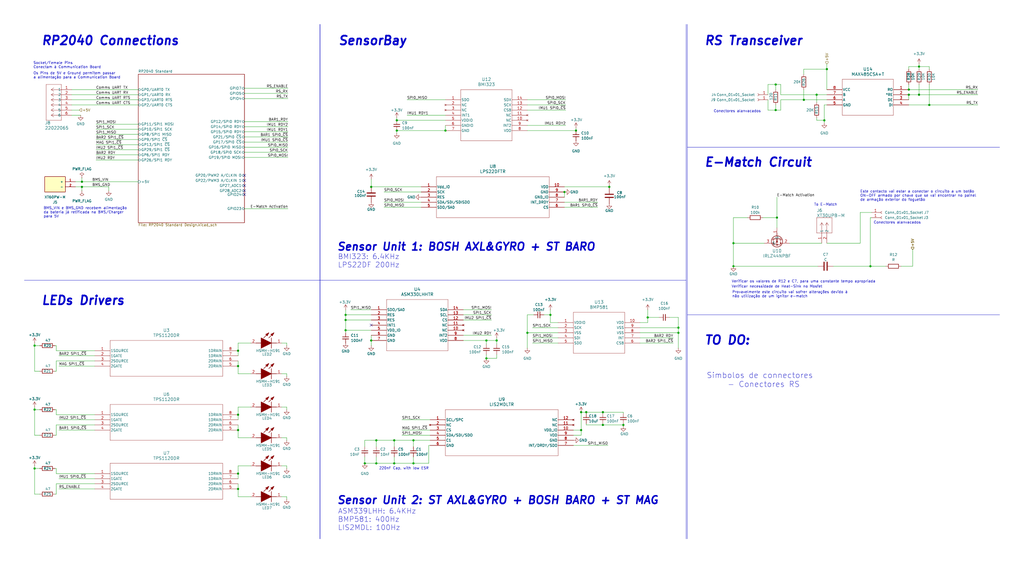
<source format=kicad_sch>
(kicad_sch (version 20231120) (generator "eeschema") (generator_version "8.0")
  (paper "User" 508 279.4)
  (title_block (title "On Board Computer") (date "2024-12-17") (rev "1.0") (company "Porto Space Team") (comment 1 "Miguel Amorim") (comment 2 "Rafael Novais") (comment 3 "Teresa Monteiro"))
  (junction (at 118.11 234.95))
  (junction (at 40.64 92.71))
  (junction (at 118.11 205.74))
  (junction (at 17.145 232.41))
  (junction (at 171.45 163.83))
  (junction (at 336.55 165.1))
  (junction (at 180.975 229.87))
  (junction (at 195.58 218.44))
  (junction (at 246.38 168.91))
  (junction (at 261.62 165.1))
  (junction (at 336.55 162.56))
  (junction (at 455.93 33.02))
  (junction (at 118.11 181.61))
  (junction (at 196.85 59.69))
  (junction (at 171.45 156.21))
  (junction (at 385.445 107.95))
  (junction (at 171.45 158.75))
  (junction (at 384.81 41.91))
  (junction (at 196.85 64.77))
  (junction (at 195.58 229.87))
  (junction (at 118.11 173.99))
  (junction (at 398.78 49.53))
  (junction (at 302.26 92.71))
  (junction (at 184.15 168.91))
  (junction (at 241.3 168.91))
  (junction (at 408.94 59.69))
  (junction (at 285.75 64.77))
  (junction (at 290.83 204.47))
  (junction (at 17.145 203.2))
  (junction (at 405.13 46.99))
  (junction (at 288.29 204.47))
  (junction (at 118.11 242.57))
  (junction (at 455.93 46.99))
  (junction (at 309.245 210.82))
  (junction (at 363.855 132.08))
  (junction (at 299.085 210.82))
  (junction (at 450.85 46.99))
  (junction (at 273.05 156.21))
  (junction (at 384.81 54.61))
  (junction (at 186.69 229.87))
  (junction (at 321.31 157.48))
  (junction (at 40.64 90.17))
  (junction (at 241.3 177.8))
  (junction (at 220.98 64.77))
  (junction (at 450.85 44.45))
  (junction (at 17.145 171.45))
  (junction (at 461.01 52.07))
  (junction (at 118.11 213.36))
  (junction (at 186.69 218.44))
  (junction (at 431.8 132.08))
  (junction (at 184.15 92.71))
  (junction (at 280.035 95.25))
  (junction (at 205.105 229.87))
  (junction (at 299.085 204.47))
  (junction (at 410.21 34.29))
  (junction (at 288.29 213.36))
  (junction (at 205.105 218.44))
  (junction (at 363.855 120.65))
  (no_connect (at 121.285 92.075))
  (no_connect (at 121.285 89.535))
  (no_connect (at 121.285 96.52))
  (no_connect (at 121.285 86.995))
  (no_connect (at 184.15 161.29))
  (no_connect (at 121.285 94.615))
  (wire (pts (xy 455.93 33.02) (xy 455.93 31.75)))
  (wire (pts (xy 195.58 229.87) (xy 205.105 229.87)))
  (wire (pts (xy 450.85 41.91) (xy 450.85 44.45)))
  (wire (pts (xy 35.56 44.45) (xy 68.58 44.45)))
  (wire (pts (xy 199.39 215.9) (xy 213.36 215.9)))
  (wire (pts (xy 121.285 46.355) (xy 142.875 46.355)))
  (wire (pts (xy 27.305 184.15) (xy 27.94 184.15)))
  (wire (pts (xy 426.72 105.41) (xy 432.435 105.41)))
  (wire (pts (xy 180.975 229.87) (xy 186.69 229.87)))
  (wire (pts (xy 261.62 165.1) (xy 276.86 165.1)))
  (wire (pts (xy 205.105 218.44) (xy 213.36 218.44)))
  (wire (pts (xy 40.64 92.71) (xy 53.975 92.71)))
  (wire (pts (xy 27.94 234.95) (xy 27.94 232.41)))
  (wire (pts (xy 241.3 175.895) (xy 241.3 177.8)))
  (wire (pts (xy 241.3 168.91) (xy 241.3 170.815)))
  (wire (pts (xy 118.11 201.93) (xy 124.46 201.93)))
  (wire (pts (xy 381 41.91) (xy 381 46.99)))
  (wire (pts (xy 47.625 71.755) (xy 68.58 71.755)))
  (wire (pts (xy 261.62 49.53) (xy 280.67 49.53)))
  (wire (pts (xy 139.7 217.17) (xy 142.24 217.17)))
  (wire (pts (xy 387.35 54.61) (xy 384.81 54.61)))
  (wire (pts (xy 27.94 215.9) (xy 27.94 210.82)))
  (wire (pts (xy 27.94 240.03) (xy 46.99 240.03)))
  (wire (pts (xy 118.11 213.36) (xy 118.11 217.17)))
  (wire (pts (xy 269.875 156.21) (xy 273.05 156.21)))
  (wire (pts (xy 363.855 107.95) (xy 363.855 120.65)))
  (wire (pts (xy 47.625 66.675) (xy 68.58 66.675)))
  (wire (pts (xy 190.5 95.25) (xy 208.915 95.25)))
  (wire (pts (xy 199.39 208.28) (xy 213.36 208.28)))
  (wire (pts (xy 461.01 52.07) (xy 450.85 52.07)))
  (wire (pts (xy 290.83 210.82) (xy 299.085 210.82)))
  (polyline (pts (xy 12.065 139.065) (xy 160.02 139.065)))
  (wire (pts (xy 363.855 107.95) (xy 370.84 107.95)))
  (wire (pts (xy 118.11 217.17) (xy 124.46 217.17)))
  (wire (pts (xy 363.855 120.65) (xy 379.095 120.65)))
  (wire (pts (xy 452.755 123.825) (xy 452.755 132.08)))
  (wire (pts (xy 27.305 232.41) (xy 27.94 232.41)))
  (wire (pts (xy 47.625 69.215) (xy 68.58 69.215)))
  (wire (pts (xy 290.83 210.185) (xy 290.83 210.82)))
  (wire (pts (xy 384.81 52.07) (xy 384.81 54.61)))
  (wire (pts (xy 27.305 245.11) (xy 27.94 245.11)))
  (wire (pts (xy 212.725 220.98) (xy 213.36 220.98)))
  (wire (pts (xy 186.69 218.44) (xy 186.69 221.615)))
  (wire (pts (xy 118.11 170.18) (xy 124.46 170.18)))
  (wire (pts (xy 53.975 92.71) (xy 53.975 94.615)))
  (wire (pts (xy 196.85 59.69) (xy 220.98 59.69)))
  (wire (pts (xy 261.62 156.21) (xy 264.795 156.21)))
  (wire (pts (xy 363.855 132.08) (xy 405.765 132.08)))
  (wire (pts (xy 47.625 61.595) (xy 68.58 61.595)))
  (wire (pts (xy 384.81 54.61) (xy 381 54.61)))
  (wire (pts (xy 309.245 211.455) (xy 309.245 210.82)))
  (wire (pts (xy 29.21 213.36) (xy 46.99 213.36)))
  (wire (pts (xy 264.16 167.64) (xy 276.86 167.64)))
  (wire (pts (xy 17.145 203.2) (xy 17.145 215.9)))
  (wire (pts (xy 288.29 213.36) (xy 288.29 215.9)))
  (wire (pts (xy 450.85 46.99) (xy 450.85 49.53)))
  (wire (pts (xy 455.93 33.02) (xy 455.93 34.29)))
  (wire (pts (xy 35.56 54.61) (xy 39.37 54.61)))
  (wire (pts (xy 142.875 48.895) (xy 121.285 48.895)))
  (wire (pts (xy 485.14 44.45) (xy 450.85 44.45)))
  (wire (pts (xy 280.035 100.33) (xy 296.545 100.33)))
  (wire (pts (xy 410.21 49.53) (xy 398.78 49.53)))
  (wire (pts (xy 17.145 201.93) (xy 17.145 203.2)))
  (wire (pts (xy 378.46 107.95) (xy 385.445 107.95)))
  (wire (pts (xy 410.21 34.29) (xy 410.21 44.45)))
  (wire (pts (xy 27.94 173.99) (xy 27.94 171.45)))
  (wire (pts (xy 196.85 58.42) (xy 196.85 59.69)))
  (wire (pts (xy 186.69 229.87) (xy 195.58 229.87)))
  (wire (pts (xy 195.58 218.44) (xy 205.105 218.44)))
  (wire (pts (xy 461.01 33.02) (xy 455.93 33.02)))
  (wire (pts (xy 201.93 49.53) (xy 220.98 49.53)))
  (wire (pts (xy 121.285 70.485) (xy 142.875 70.485)))
  (wire (pts (xy 288.29 204.47) (xy 288.29 213.36)))
  (wire (pts (xy 171.45 153.67) (xy 171.45 156.21)))
  (wire (pts (xy 118.11 242.57) (xy 118.11 246.38)))
  (wire (pts (xy 261.62 52.07) (xy 280.67 52.07)))
  (wire (pts (xy 121.285 75.565) (xy 142.875 75.565)))
  (wire (pts (xy 118.11 179.07) (xy 118.11 181.61)))
  (polyline (pts (xy 158.75 12.065) (xy 158.75 267.335)))
  (wire (pts (xy 302.26 92.71) (xy 302.26 93.345)))
  (wire (pts (xy 142.24 185.42) (xy 142.24 186.69)))
  (wire (pts (xy 261.62 54.61) (xy 280.67 54.61)))
  (wire (pts (xy 17.145 170.18) (xy 17.145 171.45)))
  (wire (pts (xy 29.21 208.28) (xy 46.99 208.28)))
  (wire (pts (xy 118.11 240.03) (xy 118.11 242.57)))
  (wire (pts (xy 229.87 158.75) (xy 243.84 158.75)))
  (wire (pts (xy 273.05 156.21) (xy 273.05 160.02)))
  (wire (pts (xy 121.285 103.505) (xy 142.875 103.505)))
  (wire (pts (xy 273.05 160.02) (xy 276.86 160.02)))
  (wire (pts (xy 398.78 36.83) (xy 398.78 34.29)))
  (wire (pts (xy 299.085 210.82) (xy 309.245 210.82)))
  (wire (pts (xy 139.7 231.14) (xy 142.24 231.14)))
  (wire (pts (xy 405.13 46.99) (xy 405.13 50.8)))
  (wire (pts (xy 241.3 168.91) (xy 246.38 168.91)))
  (wire (pts (xy 450.85 34.29) (xy 450.85 33.02)))
  (wire (pts (xy 29.21 181.61) (xy 46.99 181.61)))
  (wire (pts (xy 336.55 172.72) (xy 336.55 165.1)))
  (wire (pts (xy 229.87 153.67) (xy 243.84 153.67)))
  (wire (pts (xy 17.145 232.41) (xy 17.145 245.11)))
  (wire (pts (xy 317.5 167.64) (xy 334.01 167.64)))
  (wire (pts (xy 336.55 157.48) (xy 336.55 162.56)))
  (wire (pts (xy 196.85 64.77) (xy 220.98 64.77)))
  (wire (pts (xy 321.31 157.48) (xy 327.025 157.48)))
  (wire (pts (xy 121.285 43.815) (xy 142.875 43.815)))
  (wire (pts (xy 426.72 120.65) (xy 426.72 105.41)))
  (wire (pts (xy 139.7 201.93) (xy 142.24 201.93)))
  (wire (pts (xy 118.11 231.14) (xy 118.11 234.95)))
  (wire (pts (xy 35.56 52.07) (xy 68.58 52.07)))
  (wire (pts (xy 27.94 210.82) (xy 46.99 210.82)))
  (wire (pts (xy 264.16 162.56) (xy 276.86 162.56)))
  (wire (pts (xy 46.99 205.74) (xy 27.94 205.74)))
  (wire (pts (xy 317.5 162.56) (xy 336.55 162.56)))
  (wire (pts (xy 408.94 52.07) (xy 408.94 59.69)))
  (wire (pts (xy 261.62 165.1) (xy 261.62 172.72)))
  (wire (pts (xy 29.21 242.57) (xy 46.99 242.57)))
  (wire (pts (xy 205.105 226.695) (xy 205.105 229.87)))
  (wire (pts (xy 29.21 176.53) (xy 46.99 176.53)))
  (wire (pts (xy 121.285 73.025) (xy 142.875 73.025)))
  (wire (pts (xy 47.625 79.375) (xy 68.58 79.375)))
  (wire (pts (xy 261.62 156.21) (xy 261.62 165.1)))
  (wire (pts (xy 410.21 46.99) (xy 405.13 46.99)))
  (wire (pts (xy 461.01 34.29) (xy 461.01 33.02)))
  (wire (pts (xy 47.625 76.835) (xy 68.58 76.835)))
  (wire (pts (xy 29.21 237.49) (xy 46.99 237.49)))
  (wire (pts (xy 317.5 165.1) (xy 336.55 165.1)))
  (wire (pts (xy 142.24 246.38) (xy 142.24 247.65)))
  (polyline (pts (xy 340.995 156.21) (xy 495.935 156.21)))
  (wire (pts (xy 27.305 215.9) (xy 27.94 215.9)))
  (wire (pts (xy 180.975 218.44) (xy 186.69 218.44)))
  (wire (pts (xy 47.625 64.135) (xy 68.58 64.135)))
  (wire (pts (xy 413.385 132.08) (xy 431.8 132.08)))
  (wire (pts (xy 261.62 62.23) (xy 280.67 62.23)))
  (wire (pts (xy 186.69 226.695) (xy 186.69 229.87)))
  (wire (pts (xy 288.29 215.9) (xy 284.48 215.9)))
  (wire (pts (xy 17.145 203.2) (xy 19.685 203.2)))
  (wire (pts (xy 317.5 170.18) (xy 334.01 170.18)))
  (wire (pts (xy 384.81 41.91) (xy 384.81 44.45)))
  (wire (pts (xy 186.69 218.44) (xy 195.58 218.44)))
  (wire (pts (xy 118.11 210.82) (xy 118.11 213.36)))
  (wire (pts (xy 180.975 218.44) (xy 180.975 221.615)))
  (wire (pts (xy 398.78 49.53) (xy 387.35 49.53)))
  (wire (pts (xy 142.24 201.93) (xy 142.24 203.2)))
  (wire (pts (xy 431.8 132.08) (xy 439.42 132.08)))
  (wire (pts (xy 171.45 156.21) (xy 184.15 156.21)))
  (wire (pts (xy 171.45 156.21) (xy 171.45 158.75)))
  (wire (pts (xy 180.975 226.695) (xy 180.975 229.87)))
  (wire (pts (xy 37.465 90.17) (xy 40.64 90.17)))
  (wire (pts (xy 309.245 210.185) (xy 309.245 210.82)))
  (wire (pts (xy 118.11 185.42) (xy 124.46 185.42)))
  (wire (pts (xy 387.35 49.53) (xy 387.35 54.61)))
  (wire (pts (xy 246.38 168.91) (xy 246.38 170.815)))
  (wire (pts (xy 387.35 41.91) (xy 384.81 41.91)))
  (wire (pts (xy 118.11 234.95) (xy 118.11 237.49)))
  (wire (pts (xy 321.31 153.67) (xy 321.31 157.48)))
  (wire (pts (xy 410.21 31.75) (xy 410.21 34.29)))
  (wire (pts (xy 229.87 166.37) (xy 243.84 166.37)))
  (wire (pts (xy 184.15 168.91) (xy 184.15 171.45)))
  (wire (pts (xy 280.035 95.25) (xy 280.035 97.79)))
  (wire (pts (xy 118.11 231.14) (xy 124.46 231.14)))
  (wire (pts (xy 408.94 59.69) (xy 405.13 59.69)))
  (wire (pts (xy 17.145 215.9) (xy 19.685 215.9)))
  (wire (pts (xy 447.04 132.08) (xy 452.755 132.08)))
  (wire (pts (xy 121.285 78.105) (xy 142.875 78.105)))
  (wire (pts (xy 385.445 107.95) (xy 385.445 113.03)))
  (wire (pts (xy 27.94 205.74) (xy 27.94 203.2)))
  (wire (pts (xy 195.58 218.44) (xy 195.58 221.615)))
  (wire (pts (xy 273.05 153.67) (xy 273.05 156.21)))
  (wire (pts (xy 118.11 170.18) (xy 118.11 173.99)))
  (wire (pts (xy 139.7 246.38) (xy 142.24 246.38)))
  (wire (pts (xy 121.285 60.325) (xy 142.875 60.325)))
  (wire (pts (xy 455.93 33.02) (xy 450.85 33.02)))
  (wire (pts (xy 302.26 92.075) (xy 302.26 92.71)))
  (wire (pts (xy 455.93 46.99) (xy 450.85 46.99)))
  (wire (pts (xy 336.55 162.56) (xy 336.55 165.1)))
  (wire (pts (xy 121.285 65.405) (xy 142.875 65.405)))
  (wire (pts (xy 27.94 179.07) (xy 46.99 179.07)))
  (wire (pts (xy 208.915 100.33) (xy 190.5 100.33)))
  (wire (pts (xy 246.38 175.895) (xy 246.38 177.8)))
  (wire (pts (xy 17.145 171.45) (xy 17.145 184.15)))
  (wire (pts (xy 118.11 201.93) (xy 118.11 205.74)))
  (wire (pts (xy 184.15 88.9) (xy 184.15 92.71)))
  (wire (pts (xy 27.94 184.15) (xy 27.94 179.07)))
  (wire (pts (xy 40.64 90.17) (xy 68.58 90.17)))
  (wire (pts (xy 46.99 173.99) (xy 27.94 173.99)))
  (wire (pts (xy 205.105 229.87) (xy 212.725 229.87)))
  (wire (pts (xy 173.99 153.67) (xy 184.15 153.67)))
  (wire (pts (xy 299.085 205.105) (xy 299.085 204.47)))
  (polyline (pts (xy 158.75 12.065) (xy 158.75 267.335)))
  (wire (pts (xy 398.78 34.29) (xy 410.21 34.29)))
  (wire (pts (xy 220.98 62.23) (xy 220.98 64.77)))
  (wire (pts (xy 17.145 232.41) (xy 19.685 232.41)))
  (wire (pts (xy 309.245 205.105) (xy 309.245 204.47)))
  (wire (pts (xy 27.305 171.45) (xy 27.94 171.45)))
  (wire (pts (xy 385.445 97.79) (xy 385.445 107.95)))
  (wire (pts (xy 205.105 218.44) (xy 205.105 221.615)))
  (wire (pts (xy 384.81 41.91) (xy 381 41.91)))
  (wire (pts (xy 261.62 64.77) (xy 285.75 64.77)))
  (wire (pts (xy 363.855 120.65) (xy 363.855 132.08)))
  (wire (pts (xy 246.38 177.8) (xy 241.3 177.8)))
  (wire (pts (xy 199.39 213.36) (xy 213.36 213.36)))
  (wire (pts (xy 47.625 74.295) (xy 68.58 74.295)))
  (wire (pts (xy 208.915 92.71) (xy 184.15 92.71)))
  (wire (pts (xy 139.7 185.42) (xy 142.24 185.42)))
  (wire (pts (xy 212.725 229.87) (xy 212.725 220.98)))
  (wire (pts (xy 410.21 52.07) (xy 408.94 52.07)))
  (wire (pts (xy 387.35 46.99) (xy 387.35 41.91)))
  (wire (pts (xy 201.93 57.15) (xy 220.98 57.15)))
  (wire (pts (xy 398.78 44.45) (xy 398.78 49.53)))
  (wire (pts (xy 284.48 220.98) (xy 301.625 220.98)))
  (wire (pts (xy 171.45 158.75) (xy 171.45 163.83)))
  (wire (pts (xy 40.005 57.15) (xy 35.56 57.15)))
  (wire (pts (xy 17.145 231.14) (xy 17.145 232.41)))
  (wire (pts (xy 17.145 171.45) (xy 19.685 171.45)))
  (wire (pts (xy 408.94 59.69) (xy 408.94 60.96)))
  (wire (pts (xy 405.13 59.69) (xy 405.13 58.42)))
  (wire (pts (xy 317.5 160.02) (xy 321.31 160.02)))
  (wire (pts (xy 37.465 92.71) (xy 40.64 92.71)))
  (wire (pts (xy 332.105 157.48) (xy 336.55 157.48)))
  (wire (pts (xy 280.035 102.87) (xy 296.545 102.87)))
  (wire (pts (xy 485.14 46.99) (xy 455.93 46.99)))
  (polyline (pts (xy 340.995 12.065) (xy 340.995 267.335)))
  (wire (pts (xy 290.83 204.47) (xy 290.83 205.105)))
  (wire (pts (xy 391.795 120.65) (xy 407.67 120.65)))
  (wire (pts (xy 142.24 170.18) (xy 142.24 171.45)))
  (wire (pts (xy 118.11 181.61) (xy 118.11 185.42)))
  (wire (pts (xy 381 54.61) (xy 381 49.53)))
  (wire (pts (xy 171.45 163.83) (xy 171.45 165.1)))
  (wire (pts (xy 139.7 170.18) (xy 142.24 170.18)))
  (wire (pts (xy 321.31 157.48) (xy 321.31 160.02)))
  (wire (pts (xy 171.45 163.83) (xy 184.15 163.83)))
  (wire (pts (xy 118.11 173.99) (xy 118.11 176.53)))
  (wire (pts (xy 264.16 170.18) (xy 276.86 170.18)))
  (wire (pts (xy 431.8 107.95) (xy 432.435 107.95)))
  (wire (pts (xy 40.64 94.615) (xy 40.64 92.71)))
  (wire (pts (xy 285.75 63.5) (xy 285.75 64.77)))
  (wire (pts (xy 410.21 120.65) (xy 426.72 120.65)))
  (polyline (pts (xy 160.02 139.065) (xy 340.36 139.065)))
  (wire (pts (xy 46.99 234.95) (xy 27.94 234.95)))
  (wire (pts (xy 280.035 92.71) (xy 302.26 92.71)))
  (wire (pts (xy 142.24 231.14) (xy 142.24 232.41)))
  (wire (pts (xy 35.56 46.99) (xy 68.58 46.99)))
  (wire (pts (xy 196.85 66.04) (xy 196.85 64.77)))
  (wire (pts (xy 171.45 158.75) (xy 184.15 158.75)))
  (wire (pts (xy 288.29 213.36) (xy 284.48 213.36)))
  (wire (pts (xy 27.94 245.11) (xy 27.94 240.03)))
  (wire (pts (xy 290.83 204.47) (xy 299.085 204.47)))
  (wire (pts (xy 27.305 203.2) (xy 27.94 203.2)))
  (polyline (pts (xy 340.36 12.065) (xy 340.36 267.335)))
  (wire (pts (xy 229.87 168.91) (xy 241.3 168.91)))
  (wire (pts (xy 17.145 184.15) (xy 19.685 184.15)))
  (wire (pts (xy 40.64 88.265) (xy 40.64 90.17)))
  (wire (pts (xy 184.15 166.37) (xy 184.15 168.91)))
  (wire (pts (xy 195.58 226.695) (xy 195.58 229.87)))
  (polyline (pts (xy 340.995 73.025) (xy 495.935 73.025)))
  (wire (pts (xy 17.145 245.11) (xy 19.685 245.11)))
  (wire (pts (xy 208.915 102.87) (xy 190.5 102.87)))
  (wire (pts (xy 431.8 107.95) (xy 431.8 132.08)))
  (wire (pts (xy 299.085 210.185) (xy 299.085 210.82)))
  (wire (pts (xy 118.11 205.74) (xy 118.11 208.28)))
  (wire (pts (xy 288.29 204.47) (xy 290.83 204.47)))
  (wire (pts (xy 229.87 156.21) (xy 243.84 156.21)))
  (wire (pts (xy 121.285 67.945) (xy 142.875 67.945)))
  (wire (pts (xy 121.285 62.865) (xy 142.875 62.865)))
  (wire (pts (xy 118.11 246.38) (xy 124.46 246.38)))
  (wire (pts (xy 461.01 41.91) (xy 461.01 52.07)))
  (wire (pts (xy 35.56 49.53) (xy 68.58 49.53)))
  (wire (pts (xy 455.93 41.91) (xy 455.93 46.99)))
  (wire (pts (xy 485.14 52.07) (xy 461.01 52.07)))
  (wire (pts (xy 142.24 217.17) (xy 142.24 218.44)))
  (wire (pts (xy 246.38 167.64) (xy 246.38 168.91)))
  (wire (pts (xy 299.085 204.47) (xy 309.245 204.47)))
  (wire (pts (xy 405.13 46.99) (xy 387.35 46.99)))
  (text "BMI323: 6.4KHz\nLPS22DF 200Hz" (at 182.88 129.54 0) (effects (font (size 2.54 2.54))))
  (text "RS Transceiver" (at 349.25 20.32 0) (effects (font (size 4.318 4.318) (thickness 0.8636) (bold yes) (italic yes)) (justify left)))
  (text "Sensor Unit 2: ST AXL&GYRO + BOSH BARO + ST MAG " (at 167.005 248.285 0) (effects (font (size 3.81 3.81) (thickness 0.762) (bold yes) (italic yes)) (justify left)))
  (text "SensorBay" (at 167.64 20.32 0) (effects (font (size 4.318 4.318) (thickness 0.8636) (bold yes) (italic yes)) (justify left)))
  (text "RP2040 Connections" (at 20.32 20.32 0) (effects (font (size 4.318 4.318) (thickness 0.8636) (bold yes) (italic yes)) (justify left)))
  (text "Verificar os valores de R12 e C7, para uma constante tempo apropriada\n" (at 434.34 139.7 0) (effects (font (size 1.27 1.27)) (justify right)))
  (text "TO DO:" (at 349.25 168.91 0) (effects (font (size 4.318 4.318) (thickness 0.8636) (bold yes) (italic yes)) (justify left)))
  (text "Conectores alanvacados\n" (at 365.76 55.245 0) (effects (font (size 1.27 1.27))))
  (text "LEDs Drivers" (at 20.32 149.225 0) (effects (font (size 4.318 4.318) (thickness 0.8636) (bold yes) (italic yes)) (justify left)))
  (text "Socket/Female Pins\nConectam à Communication Board\n" (at 16.51 32.385 0) (effects (font (size 1.27 1.27)) (justify left)))
  (text "Conectores alanvacados\n" (at 445.135 110.49 0) (effects (font (size 1.27 1.27))))
  (text "Simbolos de connectores\n	- Conectores RS" (at 350.52 188.595 0) (effects (font (size 2.75 2.75)) (justify left)))
  (text "Sensor Unit 1: BOSH AXL&GYRO + ST BARO" (at 167.005 122.555 0) (effects (font (size 3.81 3.81) (thickness 0.762) (bold yes) (italic yes)) (justify left)))
  (text "BMS_VIN e BMS_GND recebem alimentação \nda bateria já retificada na BMS/Charger\npara 5V" (at 21.59 105.41 0) (effects (font (size 1.27 1.27)) (justify left)))
  (text "Provavelmente este circuito vai sofrer alterações devido à\nnão utilização de um ignitor e-match" (at 363.22 146.05 0) (effects (font (size 1.27 1.27)) (justify left)))
  (text "Este contacto vai estar a conectar o circuito a um botão\nON-OFF armado por chave que se vai encontrar no painel\nde armação exterior do foguetão" (at 426.72 97.155 0) (effects (font (size 1.27 1.27)) (justify left)))
  (text "To E-Match\n" (at 409.575 101.6 0) (effects (font (size 1.27 1.27))))
  (text "Os Pins de 5V e Ground permitem passar \na alimentação para a Communication Board" (at 16.51 37.465 0) (effects (font (size 1.27 1.27)) (justify left)))
  (text "ASM339LHH: 6.4KHz\nBMP581: 400Hz\nLIS2MDL: 100Hz" (at 167.64 257.81 0) (effects (font (size 2.54 2.54)) (justify left)))
  (text "220nF Cap, with low ESR" (at 212.725 232.41 0) (effects (font (size 1.27 1.27)) (justify right)))
  (text "E-Match Circuit" (at 349.25 80.645 0) (effects (font (size 4.318 4.318) (thickness 0.8636) (bold yes) (italic yes)) (justify left)))
  (text "Verificar necessidade de Heat-Sink no Mosfet" (at 385.445 142.24 0) (effects (font (size 1.27 1.27))))
  (label "RS_RX" (at 485.14 44.45 180))
  (label "SPI1_MISO" (at 47.625 66.675 0))
  (label "E-Match Activation" (at 142.875 103.505 180))
  (label "SPI0_SCK" (at 190.5 95.25 0))
  (label "RS_ENABLE" (at 29.21 242.57 0))
  (label "RS_ENABLE" (at 142.875 43.815 180))
  (label "SPI0_MISO" (at 142.875 73.025 180))
  (label "MAG SPI1_~{CS}" (at 199.39 213.36 0))
  (label "BAR1 SPI0_~{CS}" (at 29.21 213.36 0))
  (label "SPI1_SCK" (at 47.625 64.135 0))
  (label "SPI1_MISO" (at 173.99 153.67 0))
  (label "BAR1 SPI0_~{CS}" (at 142.875 67.945 180))
  (label "RS_RX" (at 142.875 46.355 180))
  (label "SPI1_MISO" (at 301.625 220.98 180))
  (label "IMU2 SPI1_~{CS}" (at 243.84 158.75 180))
  (label "BAR1_RDY" (at 296.545 100.33 180))
  (label "SPI1_MOSI" (at 47.625 61.595 0))
  (label "BAR1 SPI0_~{CS}" (at 296.545 102.87 180))
  (label "SPI1_MISO" (at 264.16 170.18 0))
  (label "SPI0_MISO" (at 201.93 49.53 0))
  (label "IMU2 SPI1_~{CS}" (at 29.21 208.28 0))
  (label "IMU1 SPI0_~{CS}" (at 142.875 70.485 180))
  (label "IMU1 RDY2" (at 142.875 62.865 180))
  (label "BAR1_RDY" (at 142.875 60.325 180))
  (label "SPI0_SCK" (at 142.875 75.565 180))
  (label "SPI1_SCK" (at 264.16 162.56 0))
  (label "SPI1_SCK" (at 199.39 208.28 0))
  (label "SPI1_MOSI" (at 264.16 167.64 0))
  (label "Comms UART TX" (at 47.625 44.45 0))
  (label "SPI0_MOSI" (at 142.875 78.105 180))
  (label "BAR2 SPI1_~{CS}" (at 334.01 170.18 180))
  (label "IMU1 RDY1" (at 201.93 57.15 0))
  (label "IMU1 RDY2" (at 280.67 62.23 180))
  (label "BAR2 SPI1_~{CS}" (at 47.625 69.215 0))
  (label "IMU2 RDY" (at 47.625 79.375 0))
  (label "BAR2 SPI1_~{CS}" (at 29.21 176.53 0))
  (label "BAR2 RDY" (at 47.625 76.835 0))
  (label "BMS_GND" (at 45.72 92.71 0))
  (label "RS_ENABLE" (at 485.14 46.99 180))
  (label "Comms UART RTS" (at 47.625 49.53 0))
  (label "BAR2 RDY" (at 334.01 167.64 180))
  (label "Comms UART RX" (at 47.625 46.99 0))
  (label "RS_TX" (at 485.14 52.07 180))
  (label "Comms UART CTS" (at 47.625 52.07 0))
  (label "E-Match Activation" (at 385.445 97.79 0))
  (label "SPI0_SCK" (at 280.67 52.07 180))
  (label "SPI0_MOSI" (at 280.67 49.53 180))
  (label "BMS_VIN" (at 45.72 90.17 0))
  (label "SPI0_MISO" (at 190.5 102.87 0))
  (label "SPI1_MOSI" (at 199.39 215.9 0))
  (label "SPI0_MOSI" (at 190.5 100.33 0))
  (label "MAG SPI1_~{CS}" (at 47.625 71.755 0))
  (label "IMU1 RDY1" (at 142.875 65.405 180))
  (label "SPI1_MOSI" (at 243.84 153.67 180))
  (label "SPI1_SCK" (at 243.84 156.21 180))
  (label "MAG SPI1_~{CS}" (at 29.21 181.61 0))
  (label "RS_TX" (at 142.875 48.895 180))
  (label "IMU1 SPI0_~{CS}" (at 29.21 237.49 0))
  (label "IMU2 RDY" (at 243.84 166.37 180))
  (label "IMU1 SPI0_~{CS}" (at 280.67 54.61 180))
  (label "IMU2 SPI1_~{CS}" (at 47.625 74.295 0))
  (hierarchical_label "+5V" (shape input) (at 39.37 54.61 0))
  (hierarchical_label "+5V" (shape input) (at 410.21 31.75 90))
  (hierarchical_label "+5V" (shape input) (at 452.755 123.825 90))
  (hierarchical_label "+5V" (shape input) (at 452.755 123.825 90))
  (symbol (lib_id "Device:R") (at 405.13 54.61 0) (mirror y) (unit 1)
    (property "Reference" "R15" (at 405.13 56.642 90) (effects (justify left)))
    (property "Value" "20K" (at 403.86 54.61 0) (effects (justify left)))
    (property "Footprint" "RES_0402:RES_0402" (effects (hide yes)))
  )
  (symbol (lib_id "power:+3.3V") (at 455.93 31.75 0) (unit 1)
    (property "Reference" "#PWR047" (effects (hide yes)))
    (property "Value" "+3.3V" (at 455.93 26.67 0))
    (property "Footprint" "RES_0402:RES_0402" (effects (hide yes)))
    (property "Description" "Power symbol creates a global label with name \"+3.3V\"" (effects (hide yes)))
  )
  (symbol (lib_id "IMU_BMI323:BMI323") (at 220.98 49.53 0) (unit 1)
    (property "Reference" "U12" (at 241.3 39.37 0) (effects (font (size 1.524 1.524))))
    (property "Value" "BMI323" (at 241.3 41.91 0) (effects (font (size 1.524 1.524))))
    (property "Footprint" "IMU BMI323:BMI323_BOS" (effects (hide yes)))
    (property "Datasheet" "BMI323" (effects (hide yes)))
  )
  (symbol (lib_id "AMASS_XT30UPB-M:XT30UPB-M") (at 407.67 120.65 90) (unit 1)
    (property "Reference" "J6" (at 405.13 104.394 90) (effects (font (size 1.524 1.524)) (justify right)))
    (property "Value" "XT30UPB-M" (at 405.13 106.934 90) (effects (font (size 1.524 1.524)) (justify right)))
    (property "Footprint" "AMASS_XT30UPB-M:CONN_XT30UPB-M_AMA" (effects (hide yes)))
    (property "Datasheet" "XT30UPB-M" (effects (hide yes)))
  )
  (symbol (lib_id "Device:C_Small") (at 246.38 173.355 0) (unit 1)
    (property "Reference" "C15" (at 248.92 172.0912 0) (effects (justify left)))
    (property "Value" "100nF" (at 248.92 174.6312 0) (effects (justify left)))
    (property "Footprint" "Capacitor_0402:Capacitor_0402" (effects (hide yes)))
    (property "Description" "Unpolarized capacitor, small symbol" (effects (hide yes)))
  )
  (symbol (lib_id "Device:C_Small") (at 285.75 67.31 0) (unit 1)
    (property "Reference" "C10" (at 288.29 66.0462 0) (effects (justify left)))
    (property "Value" "100nF" (at 288.29 68.5862 0) (effects (justify left)))
    (property "Footprint" "Capacitor_0402:Capacitor_0402" (effects (hide yes)))
    (property "Description" "Unpolarized capacitor, small symbol" (effects (hide yes)))
  )
  (symbol (lib_id "BARO_BMP581:BMP581") (at 276.86 160.02 0) (unit 1)
    (property "Reference" "U13" (at 297.18 149.86 0) (effects (font (size 1.524 1.524))))
    (property "Value" "BMP581" (at 297.18 152.4 0) (effects (font (size 1.524 1.524))))
    (property "Footprint" "BARO BMP581:QFN10_BMP581_BOS" (effects (hide yes)))
    (property "Datasheet" "BMP581" (effects (hide yes)))
  )
  (symbol (lib_id "power:GND") (at 40.005 57.15 0) (unit 1)
    (property "Reference" "#PWR067" (effects (hide yes)))
    (property "Value" "GND" (at 40.005 61.468 0))
    (property "Description" "Power symbol creates a global label with name \"GND\" , ground" (effects (hide yes)))
  )
  (symbol (lib_id "Device:C_Small") (at 180.975 224.155 0) (mirror y) (unit 1)
    (property "Reference" "C3" (at 178.435 222.885 0) (effects (justify left)))
    (property "Value" "10nF" (at 178.435 225.425 0) (effects (justify left)))
    (property "Footprint" "Capacitor_0402:Capacitor_0402" (effects (hide yes)))
    (property "Description" "Unpolarized capacitor, small symbol" (effects (hide yes)))
  )
  (symbol (lib_id "Connector:Conn_01x01_Socket") (at 375.92 49.53 180) (unit 1)
    (property "Reference" "J9" (at 353.822 49.53 0))
    (property "Value" "Conn_01x01_Socket" (at 364.998 49.53 0))
    (property "Footprint" "Button_Switch_THT:SW_Lever_1P2T_NKK_GW12LxH" (effects (hide yes)))
    (property "Description" "Generic connector, single row, 01x01, script generated" (effects (hide yes)))
  )
  (symbol (lib_id "power:GND") (at 280.035 95.25 90) (mirror x) (unit 1)
    (property "Reference" "#PWR063" (effects (hide yes)))
    (property "Value" "GND" (at 282.829 95.25 90) (effects (justify right)))
    (property "Description" "Power symbol creates a global label with name \"GND\" , ground" (effects (hide yes)))
  )
  (symbol (lib_id "Red SMD LED:HSMH-H191") (at 139.7 170.18 0) (mirror y) (unit 1)
    (property "Reference" "LED2" (at 130.048 175.768 0) (effects (justify right)))
    (property "Value" "HSMH-H191" (at 127 173.99 0) (effects (justify right)))
    (property "Footprint" "Red SMD LED:HSMHH191" (effects (hide yes)))
    (property "Datasheet" "https://www.broadcom.com/products/leds-and-displays/chip-leds/0603-1.6-x-0.88mm-top-mount/hsmh-h191" (effects (hide yes)))
    (property "Description" "0603 Top Mount Mono-Color ChipLED" (effects (hide yes)))
    (property "Height" "0.7" (effects (hide yes)))
    (property "Manufacturer_Name" "Avago Technologies" (effects (hide yes)))
    (property "Manufacturer_Part_Number" "HSMH-H191" (effects (hide yes)))
    (property "Mouser Part Number" "630-HSMH-H191" (effects (hide yes)))
    (property "Mouser Price/Stock" "https://www.mouser.co.uk/ProductDetail/Broadcom-Avago/HSMH-H191?qs=Li%252BoUPsLEnsN8XNfO1JPnw%3D%3D" (effects (hide yes)))
  )
  (symbol (lib_id "CONN_Female Header:22022065") (at 35.56 44.45 0) (mirror y) (unit 1)
    (property "Reference" "J8" (at 22.225 60.96 0) (effects (font (size 1.524 1.524)) (justify right)))
    (property "Value" "22022065" (at 22.225 63.5 0) (effects (font (size 1.524 1.524)) (justify right)))
    (property "Footprint" "CONN Female Header:CONN_SA-4455_06_TE_MOL" (effects (hide yes)))
    (property "Datasheet" "22022065" (effects (hide yes)))
  )
  (symbol (lib_id "power:+3.3V") (at 17.145 201.93 0) (mirror y) (unit 1)
    (property "Reference" "#PWR055" (effects (hide yes)))
    (property "Value" "+3.3V" (at 17.145 197.866 0))
    (property "Description" "Power symbol creates a global label with name \"+3.3V\"" (effects (hide yes)))
  )
  (symbol (lib_id "power:+3.3V") (at 246.38 167.64 0) (unit 1)
    (property "Reference" "#PWR048" (effects (hide yes)))
    (property "Value" "+3.3V" (at 244.602 163.83 0) (effects (justify left)))
    (property "Description" "Power symbol creates a global label with name \"+3.3V\"" (effects (hide yes)))
  )
  (symbol (lib_id "power:+3.3V") (at 302.26 92.075 0) (mirror y) (unit 1)
    (property "Reference" "#PWR045" (effects (hide yes)))
    (property "Value" "+3.3V" (at 302.26 87.249 0))
    (property "Description" "Power symbol creates a global label with name \"+3.3V\"" (effects (hide yes)))
  )
  (symbol (lib_id "Red SMD LED:HSMH-H191") (at 139.7 217.17 0) (mirror y) (unit 1)
    (property "Reference" "LED5" (at 130.048 222.758 0) (effects (justify right)))
    (property "Value" "HSMH-H191" (at 127 220.98 0) (effects (justify right)))
    (property "Footprint" "Red SMD LED:HSMHH191" (effects (hide yes)))
    (property "Datasheet" "https://www.broadcom.com/products/leds-and-displays/chip-leds/0603-1.6-x-0.88mm-top-mount/hsmh-h191" (effects (hide yes)))
    (property "Description" "0603 Top Mount Mono-Color ChipLED" (effects (hide yes)))
    (property "Height" "0.7" (effects (hide yes)))
    (property "Manufacturer_Name" "Avago Technologies" (effects (hide yes)))
    (property "Manufacturer_Part_Number" "HSMH-H191" (effects (hide yes)))
    (property "Mouser Part Number" "630-HSMH-H191" (effects (hide yes)))
    (property "Mouser Price/Stock" "https://www.mouser.co.uk/ProductDetail/Broadcom-Avago/HSMH-H191?qs=Li%252BoUPsLEnsN8XNfO1JPnw%3D%3D" (effects (hide yes)))
  )
  (symbol (lib_id "Device:R") (at 23.495 245.11 270) (unit 1)
    (property "Reference" "R25" (at 23.495 245.11 90))
    (property "Value" "47" (at 23.749 242.57 90))
    (property "Footprint" "RES_0402:RES_0402" (effects (hide yes)))
    (property "Description" "Resistor" (effects (hide yes)))
  )
  (symbol (lib_id "power:GND") (at 142.24 203.2 0) (unit 1)
    (property "Reference" "#PWR056" (effects (hide yes)))
    (property "Value" "GND" (at 142.24 207.264 0))
    (property "Footprint" "RES_0402:RES_0402" (effects (hide yes)))
    (property "Description" "Power symbol creates a global label with name \"GND\" , ground" (effects (hide yes)))
  )
  (symbol (lib_id "Device:C_Small") (at 205.105 224.155 0) (unit 1)
    (property "Reference" "C1" (at 206.375 222.885 0) (effects (justify left)))
    (property "Value" "100nF" (at 206.375 225.425 0) (effects (justify left)))
    (property "Footprint" "CAP_GCM155_MUR:CAP_GCM155_MUR" (effects (hide yes)))
    (property "Description" "Unpolarized capacitor, small symbol" (effects (hide yes)))
  )
  (symbol (lib_id "Device:R") (at 398.78 40.64 0) (mirror y) (unit 1)
    (property "Reference" "R26" (at 398.78 42.672 90) (effects (justify left)))
    (property "Value" "20K" (at 397.51 40.64 0) (effects (justify left)))
    (property "Footprint" "RC0402N_VIS:RC0402N_VIS" (effects (hide yes)))
    (property "Description" "Resistor" (effects (hide yes)))
  )
  (symbol (lib_id "Device:R") (at 23.495 171.45 270) (unit 1)
    (property "Reference" "R20" (at 23.495 171.45 90))
    (property "Value" "47" (at 23.749 168.91 90))
    (property "Footprint" "RES_0402:RES_0402" (effects (hide yes)))
    (property "Description" "Resistor" (effects (hide yes)))
  )
  (symbol (lib_id "NMOS IRLZ44:IRLZ44NPBF") (at 370.205 120.65 0) (unit 1)
    (property "Reference" "U10" (at 385.445 124.46 0) (effects (font (size 1.524 1.524))))
    (property "Value" "IRLZ44NPBF" (at 385.445 127 0) (effects (font (size 1.524 1.524))))
    (property "Footprint" "NMOS IRLZ44:PG-TO220-3_INF" (effects (hide yes)))
    (property "Datasheet" "IRLZ44NPBF" (effects (hide yes)))
  )
  (symbol (lib_id "power:GND") (at 302.26 100.965 0) (mirror y) (unit 1)
    (property "Reference" "#PWR046" (effects (hide yes)))
    (property "Value" "GND" (at 300.228 104.521 0) (effects (justify right)))
    (property "Description" "Power symbol creates a global label with name \"GND\" , ground" (effects (hide yes)))
  )
  (symbol (lib_id "power:GND") (at 408.94 60.96 0) (mirror y) (unit 1)
    (property "Reference" "#PWR029" (effects (hide yes)))
    (property "Value" "GND" (at 408.94 66.04 0))
    (property "Description" "Power symbol creates a global label with name \"GND\" , ground" (effects (hide yes)))
  )
  (symbol (lib_id "power:GND") (at 208.915 97.79 270) (unit 1)
    (property "Reference" "#PWR036" (effects (hide yes)))
    (property "Value" "GND" (at 206.121 97.79 90) (effects (justify right)))
    (property "Description" "Power symbol creates a global label with name \"GND\" , ground" (effects (hide yes)))
  )
  (symbol (lib_id "MAG_LIS2MDLTR:LIS2MDLTR") (at 213.36 208.28 0) (unit 1)
    (property "Reference" "U9" (at 248.92 198.12 0) (effects (font (size 1.524 1.524))))
    (property "Value" "LIS2MDLTR" (at 248.92 200.66 0) (effects (font (size 1.524 1.524))))
    (property "Footprint" "MAG LIS2MDLTR:LGA-12_2X2X1_STM" (effects (hide yes)))
    (property "Datasheet" "LIS2MDLTR" (effects (hide yes)))
  )
  (symbol (lib_id "power:GND") (at 196.85 66.04 0) (unit 1)
    (property "Reference" "#PWR051" (effects (hide yes)))
    (property "Value" "GND" (at 196.85 71.12 0))
    (property "Description" "Power symbol creates a global label with name \"GND\" , ground" (effects (hide yes)))
  )
  (symbol (lib_id "power:GND") (at 142.24 232.41 0) (unit 1)
    (property "Reference" "#PWR065" (effects (hide yes)))
    (property "Value" "GND" (at 142.24 236.474 0))
    (property "Description" "Power symbol creates a global label with name \"GND\" , ground" (effects (hide yes)))
  )
  (symbol (lib_id "power:+3.3V") (at 196.85 58.42 0) (unit 1)
    (property "Reference" "#PWR037" (effects (hide yes)))
    (property "Value" "+3.3V" (at 193.802 54.61 0) (effects (justify left)))
    (property "Description" "Power symbol creates a global label with name \"+3.3V\"" (effects (hide yes)))
  )
  (symbol (lib_id "Device:R") (at 23.495 215.9 270) (unit 1)
    (property "Reference" "R23" (at 23.495 215.9 90))
    (property "Value" "47" (at 23.749 213.36 90))
    (property "Footprint" "RES_0402:RES_0402" (effects (hide yes)))
    (property "Description" "Resistor" (effects (hide yes)))
  )
  (symbol (lib_id "power:+3.3V") (at 171.45 153.67 0) (unit 1)
    (property "Reference" "#PWR040" (effects (hide yes)))
    (property "Value" "+3.3V" (at 168.148 149.86 0) (effects (justify left)))
    (property "Description" "Power symbol creates a global label with name \"+3.3V\"" (effects (hide yes)))
  )
  (symbol (lib_id "power:PWR_FLAG") (at 40.64 88.265 0) (unit 1)
    (property "Reference" "#FLG03" (effects (hide yes)))
    (property "Value" "PWR_FLAG" (at 40.64 83.82 0))
    (property "Description" "Special symbol for telling ERC where power comes from" (effects (hide yes)))
  )
  (symbol (lib_id "Device:R") (at 23.495 184.15 270) (unit 1)
    (property "Reference" "R21" (at 23.495 184.15 90))
    (property "Value" "47" (at 23.749 181.61 90))
    (property "Footprint" "RES_0402:RES_0402" (effects (hide yes)))
    (property "Description" "Resistor" (effects (hide yes)))
  )
  (symbol (lib_id "power:PWR_FLAG") (at 40.64 94.615 180) (unit 1)
    (property "Reference" "#FLG01" (effects (hide yes)))
    (property "Value" "PWR_FLAG" (at 40.64 99.695 0))
    (property "Description" "Special symbol for telling ERC where power comes from" (effects (hide yes)))
  )
  (symbol (lib_id "Device:R") (at 23.495 203.2 270) (unit 1)
    (property "Reference" "R22" (at 23.495 203.2 90))
    (property "Value" "47" (at 23.749 200.66 90))
    (property "Footprint" "RES_0402:RES_0402" (effects (hide yes)))
    (property "Description" "Resistor" (effects (hide yes)))
  )
  (symbol (lib_id "Device:C_Small") (at 186.69 224.155 0) (unit 1)
    (property "Reference" "C2" (at 188.595 222.885 0) (effects (justify left)))
    (property "Value" "10nF" (at 188.595 225.425 0) (effects (justify left)))
    (property "Footprint" "Capacitor_0402:Capacitor_0402" (effects (hide yes)))
    (property "Description" "Unpolarized capacitor, small symbol" (effects (hide yes)))
  )
  (symbol (lib_id "power:GND") (at 184.15 100.33 0) (unit 1)
    (property "Reference" "#PWR034" (effects (hide yes)))
    (property "Value" "GND" (at 186.182 103.886 0) (effects (justify right)))
    (property "Description" "Power symbol creates a global label with name \"GND\" , ground" (effects (hide yes)))
  )
  (symbol (lib_id "power:GND") (at 336.55 172.72 0) (unit 1)
    (property "Reference" "#PWR033" (effects (hide yes)))
    (property "Value" "GND" (at 336.55 177.8 0))
    (property "Description" "Power symbol creates a global label with name \"GND\" , ground" (effects (hide yes)))
  )
  (symbol (lib_id "Device:R") (at 450.85 38.1 0) (mirror y) (unit 1)
    (property "Reference" "R28" (at 450.85 39.878 90) (effects (justify left)))
    (property "Value" "10K" (at 452.882 39.878 90) (effects (justify left)))
    (property "Footprint" "RC0402N_VIS:RC0402N_VIS" (effects (hide yes)))
    (property "Description" "Resistor" (effects (hide yes)))
  )
  (symbol (lib_id "Device:C_Small") (at 299.085 207.645 0) (unit 1)
    (property "Reference" "C17" (at 300.99 206.375 0) (effects (justify left)))
    (property "Value" "100nF" (at 300.99 208.915 0) (effects (justify left)))
    (property "Footprint" "Capacitor_0402:Capacitor_0402" (effects (hide yes)))
    (property "Description" "Unpolarized capacitor, small symbol" (effects (hide yes)))
  )
  (symbol (lib_id "Dual PMOS TPS1120DR:TPS1120DR") (at 46.99 173.99 0) (unit 1)
    (property "Reference" "U3" (at 82.55 163.83 0) (effects (font (size 1.524 1.524))))
    (property "Value" "TPS1120DR" (at 82.55 166.37 0) (effects (font (size 1.524 1.524))))
    (property "Footprint" "2 PMOS:D8" (effects (hide yes)))
    (property "Datasheet" "TPS1120DR" (effects (hide yes)))
  )
  (symbol (lib_id "power:+3.3V") (at 273.05 153.67 0) (unit 1)
    (property "Reference" "#PWR044" (effects (hide yes)))
    (property "Value" "+3.3V" (at 273.05 148.59 0))
    (property "Description" "Power symbol creates a global label with name \"+3.3V\"" (effects (hide yes)))
  )
  (symbol (lib_id "power:GND") (at 184.15 171.45 0) (unit 1)
    (property "Reference" "#PWR043" (effects (hide yes)))
    (property "Value" "GND" (at 184.15 175.514 0))
    (property "Description" "Power symbol creates a global label with name \"GND\" , ground" (effects (hide yes)))
  )
  (symbol (lib_id "Device:C_Small") (at 241.3 173.355 0) (mirror y) (unit 1)
    (property "Reference" "C12" (at 238.76 172.0912 0) (effects (justify left)))
    (property "Value" "100nF" (at 238.76 174.6312 0) (effects (justify left)))
    (property "Footprint" "Capacitor_0402:Capacitor_0402" (effects (hide yes)))
    (property "Description" "Unpolarized capacitor, small symbol" (effects (hide yes)))
  )
  (symbol (lib_id "power:+3.3V") (at 321.31 153.67 0) (unit 1)
    (property "Reference" "#PWR049" (effects (hide yes)))
    (property "Value" "+3.3V" (at 321.31 148.59 0))
    (property "Description" "Power symbol creates a global label with name \"+3.3V\"" (effects (hide yes)))
  )
  (symbol (lib_id "Red SMD LED:HSMH-H191") (at 139.7 231.14 0) (mirror y) (unit 1)
    (property "Reference" "LED6" (at 130.048 236.728 0) (effects (justify right)))
    (property "Value" "HSMH-H191" (at 127 234.95 0) (effects (justify right)))
    (property "Footprint" "Red SMD LED:HSMHH191" (effects (hide yes)))
    (property "Datasheet" "https://www.broadcom.com/products/leds-and-displays/chip-leds/0603-1.6-x-0.88mm-top-mount/hsmh-h191" (effects (hide yes)))
    (property "Description" "0603 Top Mount Mono-Color ChipLED" (effects (hide yes)))
    (property "Height" "0.7" (effects (hide yes)))
    (property "Manufacturer_Name" "Avago Technologies" (effects (hide yes)))
    (property "Manufacturer_Part_Number" "HSMH-H191" (effects (hide yes)))
    (property "Mouser Part Number" "630-HSMH-H191" (effects (hide yes)))
    (property "Mouser Price/Stock" "https://www.mouser.co.uk/ProductDetail/Broadcom-Avago/HSMH-H191?qs=Li%252BoUPsLEnsN8XNfO1JPnw%3D%3D" (effects (hide yes)))
  )
  (symbol (lib_id "Device:C") (at 302.26 97.155 180) (unit 1)
    (property "Reference" "C8" (at 307.34 95.631 0))
    (property "Value" "100nF" (at 307.594 97.663 0))
    (property "Footprint" "CAP_GCM155_MUR:CAP_GCM155_MUR" (effects (hide yes)))
    (property "Description" "Unpolarized capacitor" (effects (hide yes)))
  )
  (symbol (lib_id "power:GND") (at 363.855 132.08 0) (unit 1)
    (property "Reference" "#PWR027" (effects (hide yes)))
    (property "Value" "GND" (at 363.855 135.89 0))
    (property "Footprint" "Capacitor_0402:Capacitor_0402" (effects (hide yes)))
    (property "Description" "Power symbol creates a global label with name \"GND\" , ground" (effects (hide yes)))
  )
  (symbol (lib_id "Connector:Conn_01x01_Socket") (at 437.515 105.41 0) (unit 1)
    (property "Reference" "J7" (at 459.613 105.41 0))
    (property "Value" "Conn_01x01_Socket" (at 448.437 105.41 0))
    (property "Footprint" "Button_Switch_THT:SW_Lever_1P2T_NKK_GW12LxH" (effects (hide yes)))
    (property "Description" "Generic connector, single row, 01x01, script generated" (effects (hide yes)))
  )
  (symbol (lib_id "BARO_LPS22DFTR:LPS22DFTR") (at 208.915 92.71 0) (unit 1)
    (property "Reference" "U8" (at 244.475 82.55 0) (effects (font (size 1.524 1.524))))
    (property "Value" "LPS22DFTR" (at 244.475 85.09 0) (effects (font (size 1.524 1.524))))
    (property "Footprint" "QFN_22DFTR_STM" (effects (hide yes)))
    (property "Datasheet" "LPS22DFTR" (effects (hide yes)))
  )
  (symbol (lib_id "power:GND") (at 142.24 171.45 0) (unit 1)
    (property "Reference" "#PWR054" (effects (hide yes)))
    (property "Value" "GND" (at 142.24 175.514 0))
    (property "Description" "Power symbol creates a global label with name \"GND\" , ground" (effects (hide yes)))
  )
  (symbol (lib_id "power:GND") (at 53.975 94.615 0) (unit 1)
    (property "Reference" "#PWR050" (effects (hide yes)))
    (property "Value" "GND" (at 53.975 98.933 0))
    (property "Description" "Power symbol creates a global label with name \"GND\" , ground" (effects (hide yes)))
  )
  (symbol (lib_id "Device:R") (at 461.01 38.1 0) (mirror x) (unit 1)
    (property "Reference" "R30" (at 461.01 36.195 90) (effects (justify left)))
    (property "Value" "10K" (at 463.042 36.068 90) (effects (justify left)))
    (property "Footprint" "RC0402N_VIS:RC0402N_VIS" (effects (hide yes)))
    (property "Description" "Resistor" (effects (hide yes)))
  )
  (symbol (lib_id "Connector:Conn_01x01_Socket") (at 375.92 46.99 180) (unit 1)
    (property "Reference" "J4" (at 354.076 46.99 0))
    (property "Value" "Conn_01x01_Socket" (at 364.998 46.99 0))
    (property "Footprint" "Button_Switch_THT:SW_Lever_1P2T_NKK_GW12LxH" (effects (hide yes)))
    (property "Description" "Generic connector, single row, 01x01, script generated" (effects (hide yes)))
  )
  (symbol (lib_id "power:GND") (at 142.24 218.44 0) (unit 1)
    (property "Reference" "#PWR064" (effects (hide yes)))
    (property "Value" "GND" (at 142.24 222.504 0))
    (property "Description" "Power symbol creates a global label with name \"GND\" , ground" (effects (hide yes)))
  )
  (symbol (lib_id "Device:C") (at 409.575 132.08 90) (unit 1)
    (property "Reference" "C7" (at 409.575 126.238 90))
    (property "Value" "C" (at 409.575 128.778 90))
    (property "Footprint" "Capacitor_0402:Capacitor_0402" (effects (hide yes)))
    (property "Description" "Unpolarized capacitor" (effects (hide yes)))
  )
  (symbol (lib_id "power:+3.3V") (at 288.29 204.47 0) (unit 1)
    (property "Reference" "#PWR060" (effects (hide yes)))
    (property "Value" "+3.3V" (at 285.242 200.406 0) (effects (justify left)))
    (property "Description" "Power symbol creates a global label with name \"+3.3V\"" (effects (hide yes)))
  )
  (symbol (lib_id "Red SMD LED:HSMH-H191") (at 139.7 246.38 0) (mirror y) (unit 1)
    (property "Reference" "LED7" (at 130.048 251.968 0) (effects (justify right)))
    (property "Value" "HSMH-H191" (at 127 250.19 0) (effects (justify right)))
    (property "Footprint" "Red SMD LED:HSMHH191" (effects (hide yes)))
    (property "Datasheet" "https://www.broadcom.com/products/leds-and-displays/chip-leds/0603-1.6-x-0.88mm-top-mount/hsmh-h191" (effects (hide yes)))
    (property "Description" "0603 Top Mount Mono-Color ChipLED" (effects (hide yes)))
    (property "Height" "0.7" (effects (hide yes)))
    (property "Manufacturer_Name" "Avago Technologies" (effects (hide yes)))
    (property "Manufacturer_Part_Number" "HSMH-H191" (effects (hide yes)))
    (property "Mouser Part Number" "630-HSMH-H191" (effects (hide yes)))
    (property "Mouser Price/Stock" "https://www.mouser.co.uk/ProductDetail/Broadcom-Avago/HSMH-H191?qs=Li%252BoUPsLEnsN8XNfO1JPnw%3D%3D" (effects (hide yes)))
  )
  (symbol (lib_id "power:GND") (at 142.24 247.65 0) (unit 1)
    (property "Reference" "#PWR066" (effects (hide yes)))
    (property "Value" "GND" (at 142.24 251.714 0))
    (property "Description" "Power symbol creates a global label with name \"GND\" , ground" (effects (hide yes)))
  )
  (symbol (lib_id "Device:C_Small") (at 196.85 62.23 0) (unit 1)
    (property "Reference" "C9" (at 199.39 60.9662 0) (effects (justify left)))
    (property "Value" "100nF" (at 199.39 63.5062 0) (effects (justify left)))
    (property "Footprint" "Capacitor_0402:Capacitor_0402" (effects (hide yes)))
    (property "Description" "Unpolarized capacitor, small symbol" (effects (hide yes)))
  )
  (symbol (lib_id "Device:C_Small") (at 329.565 157.48 90) (unit 1)
    (property "Reference" "C16" (at 329.5713 150.495 90))
    (property "Value" "100nF" (at 329.5713 153.035 90))
    (property "Footprint" "Capacitor_0402:Capacitor_0402" (effects (hide yes)))
    (property "Description" "Unpolarized capacitor, small symbol" (effects (hide yes)))
  )
  (symbol (lib_id "IMU_ASM330LHHTR:ASM330LHHTR") (at 184.15 153.67 0) (unit 1)
    (property "Reference" "U4" (at 207.01 143.51 0) (effects (font (size 1.524 1.524))))
    (property "Value" "ASM330LHHTR" (at 207.01 146.05 0) (effects (font (size 1.524 1.524))))
    (property "Footprint" "IMU ASM330LHHTR:LGA-14L_2P5X3X0P83_STM" (effects (hide yes)))
    (property "Datasheet" "ASM330LHHTR" (effects (hide yes)))
  )
  (symbol (lib_id "power:GND") (at 261.62 172.72 0) (unit 1)
    (property "Reference" "#PWR042" (effects (hide yes)))
    (property "Value" "GND" (at 261.62 177.8 0))
    (property "Description" "Power symbol creates a global label with name \"GND\" , ground" (effects (hide yes)))
  )
  (symbol (lib_id "power:GND") (at 284.48 218.44 90) (mirror x) (unit 1)
    (property "Reference" "#PWR062" (effects (hide yes)))
    (property "Value" "GND" (at 289.306 218.44 90))
    (property "Description" "Power symbol creates a global label with name \"GND\" , ground" (effects (hide yes)))
  )
  (symbol (lib_id "Device:R") (at 455.93 38.1 0) (mirror y) (unit 1)
    (property "Reference" "R29" (at 455.93 40.005 90) (effects (justify left)))
    (property "Value" "10K" (at 457.962 39.878 90) (effects (justify left)))
    (property "Footprint" "RC0402N_VIS:RC0402N_VIS" (effects (hide yes)))
    (property "Description" "Resistor" (effects (hide yes)))
  )
  (symbol (lib_id "RS_Transceiver_MAX485:MAX485CSA+T") (at 450.85 44.45 0) (mirror y) (unit 1)
    (property "Reference" "U14" (at 430.53 34.29 0) (effects (font (size 1.524 1.524))))
    (property "Value" "MAX485CSA+T" (at 430.53 36.83 0) (effects (font (size 1.524 1.524))))
    (property "Footprint" "RS Transceiver:21-0041-3-M_90-0096-8L_MXM" (effects (hide yes)))
    (property "Datasheet" "MAX485CSA+T" (effects (hide yes)))
  )
  (symbol (lib_id "power:GND") (at 171.45 170.18 0) (unit 1)
    (property "Reference" "#PWR041" (effects (hide yes)))
    (property "Value" "GND" (at 171.45 174.244 0))
    (property "Description" "Power symbol creates a global label with name \"GND\" , ground" (effects (hide yes)))
  )
  (symbol (lib_id "power:+3.3V") (at 184.15 88.9 0) (unit 1)
    (property "Reference" "#PWR035" (effects (hide yes)))
    (property "Value" "+3.3V" (at 184.15 84.074 0))
    (property "Description" "Power symbol creates a global label with name \"+3.3V\"" (effects (hide yes)))
  )
  (symbol (lib_id "Red SMD LED:HSMH-H191") (at 139.7 185.42 0) (mirror y) (unit 1)
    (property "Reference" "LED3" (at 130.048 191.008 0) (effects (justify right)))
    (property "Value" "HSMH-H191" (at 127 189.23 0) (effects (justify right)))
    (property "Footprint" "Red SMD LED:HSMHH191" (effects (hide yes)))
    (property "Datasheet" "https://www.broadcom.com/products/leds-and-displays/chip-leds/0603-1.6-x-0.88mm-top-mount/hsmh-h191" (effects (hide yes)))
    (property "Description" "0603 Top Mount Mono-Color ChipLED" (effects (hide yes)))
    (property "Height" "0.7" (effects (hide yes)))
    (property "Manufacturer_Name" "Avago Technologies" (effects (hide yes)))
    (property "Manufacturer_Part_Number" "HSMH-H191" (effects (hide yes)))
    (property "Mouser Part Number" "630-HSMH-H191" (effects (hide yes)))
    (property "Mouser Price/Stock" "https://www.mouser.co.uk/ProductDetail/Broadcom-Avago/HSMH-H191?qs=Li%252BoUPsLEnsN8XNfO1JPnw%3D%3D" (effects (hide yes)))
  )
  (symbol (lib_id "power:GND") (at 309.245 211.455 0) (mirror y) (unit 1)
    (property "Reference" "#PWR061" (effects (hide yes)))
    (property "Value" "GND" (at 309.753 215.265 0))
    (property "Description" "Power symbol creates a global label with name \"GND\" , ground" (effects (hide yes)))
  )
  (symbol (lib_id "Device:R") (at 443.23 132.08 90) (unit 1)
    (property "Reference" "R12" (at 443.23 126.365 90))
    (property "Value" "R" (at 443.23 128.905 90))
    (property "Footprint" "RC0402N_VIS:RC0402N_VIS" (effects (hide yes)))
  )
  (symbol (lib_id "power:GND") (at 241.3 177.8 0) (unit 1)
    (property "Reference" "#PWR052" (effects (hide yes)))
    (property "Value" "GND" (at 241.3 181.864 0))
    (property "Description" "Power symbol creates a global label with name \"GND\" , ground" (effects (hide yes)))
  )
  (symbol (lib_id "power:GND") (at 142.24 186.69 0) (unit 1)
    (property "Reference" "#PWR058" (effects (hide yes)))
    (property "Value" "GND" (at 142.24 190.754 0))
    (property "Description" "Power symbol creates a global label with name \"GND\" , ground" (effects (hide yes)))
  )
  (symbol (lib_id "Device:R") (at 23.495 232.41 270) (unit 1)
    (property "Reference" "R24" (at 23.495 232.41 90))
    (property "Value" "47" (at 23.749 229.87 90))
    (property "Footprint" "RES_0402:RES_0402" (effects (hide yes)))
    (property "Description" "Resistor" (effects (hide yes)))
  )
  (symbol (lib_id "Device:C_Small") (at 195.58 224.155 0) (unit 1)
    (property "Reference" "C5" (at 197.485 222.885 0) (effects (justify left)))
    (property "Value" "100nF" (at 197.485 225.425 0) (effects (justify left)))
    (property "Footprint" "Capacitor_0402:Capacitor_0402" (effects (hide yes)))
    (property "Description" "Unpolarized capacitor, small symbol" (effects (hide yes)))
  )
  (symbol (lib_id "Device:C_Small") (at 290.83 207.645 0) (unit 1)
    (property "Reference" "C18" (at 292.1 206.375 0) (effects (justify left)))
    (property "Value" "10uF" (at 292.1 208.915 0) (effects (justify left)))
    (property "Footprint" "Capacitor_0402:Capacitor_0402" (effects (hide yes)))
    (property "Description" "Unpolarized capacitor, small symbol" (effects (hide yes)))
  )
  (symbol (lib_id "Device:C_Small") (at 171.45 167.64 0) (unit 1)
    (property "Reference" "C11" (at 173.99 166.3762 0) (effects (justify left)))
    (property "Value" "100nF" (at 173.99 168.9162 0) (effects (justify left)))
    (property "Footprint" "Capacitor_0402:Capacitor_0402" (effects (hide yes)))
    (property "Description" "Unpolarized capacitor, small symbol" (effects (hide yes)))
  )
  (symbol (lib_id "power:GND") (at 180.975 229.87 0) (unit 1)
    (property "Reference" "#PWR059" (effects (hide yes)))
    (property "Value" "GND" (at 180.975 234.95 0))
    (property "Description" "Power symbol creates a global label with name \"GND\" , ground" (effects (hide yes)))
  )
  (symbol (lib_id "power:GND") (at 285.75 69.85 0) (unit 1)
    (property "Reference" "#PWR038" (effects (hide yes)))
    (property "Value" "GND" (at 285.75 74.93 0))
    (property "Description" "Power symbol creates a global label with name \"GND\" , ground" (effects (hide yes)))
  )
  (symbol (lib_id "Dual PMOS TPS1120DR:TPS1120DR") (at 46.99 234.95 0) (unit 1)
    (property "Reference" "U7" (at 82.55 224.79 0) (effects (font (size 1.524 1.524))))
    (property "Value" "TPS1120DR" (at 82.55 227.33 0) (effects (font (size 1.524 1.524))))
    (property "Footprint" "2 PMOS:D8" (effects (hide yes)))
    (property "Datasheet" "TPS1120DR" (effects (hide yes)))
  )
  (symbol (lib_id "Device:R") (at 384.81 48.26 0) (mirror y) (unit 1)
    (property "Reference" "R11" (at 384.81 50.038 90) (effects (justify left)))
    (property "Value" "120" (at 382.524 49.784 90) (effects (justify left)))
    (property "Footprint" "RC0402N_VIS:RC0402N_VIS" (effects (hide yes)))
    (property "Description" "Resistor" (effects (hide yes)))
  )
  (symbol (lib_id "Red SMD LED:HSMH-H191") (at 139.7 201.93 0) (mirror y) (unit 1)
    (property "Reference" "LED4" (at 130.048 207.518 0) (effects (justify right)))
    (property "Value" "HSMH-H191" (at 127 205.74 0) (effects (justify right)))
    (property "Footprint" "Red SMD LED:HSMHH191" (effects (hide yes)))
    (property "Datasheet" "https://www.broadcom.com/products/leds-and-displays/chip-leds/0603-1.6-x-0.88mm-top-mount/hsmh-h191" (effects (hide yes)))
    (property "Description" "0603 Top Mount Mono-Color ChipLED" (effects (hide yes)))
    (property "Height" "0.7" (effects (hide yes)))
    (property "Manufacturer_Name" "Avago Technologies" (effects (hide yes)))
    (property "Manufacturer_Part_Number" "HSMH-H191" (effects (hide yes)))
    (property "Mouser Part Number" "630-HSMH-H191" (effects (hide yes)))
    (property "Mouser Price/Stock" "https://www.mouser.co.uk/ProductDetail/Broadcom-Avago/HSMH-H191?qs=Li%252BoUPsLEnsN8XNfO1JPnw%3D%3D" (effects (hide yes)))
  )
  (symbol (lib_id "Device:C") (at 184.15 96.52 0) (mirror x) (unit 1)
    (property "Reference" "C14" (at 179.07 94.996 0))
    (property "Value" "100nF" (at 178.816 97.028 0))
    (property "Footprint" "Capacitor_0402:Capacitor_0402" (effects (hide yes)))
    (property "Description" "Unpolarized capacitor" (effects (hide yes)))
  )
  (symbol (lib_id "Device:C_Small") (at 267.335 156.21 90) (unit 1)
    (property "Reference" "C13" (at 267.335 151.13 90))
    (property "Value" "100nF" (at 267.335 153.67 90))
    (property "Footprint" "Capacitor_0402:Capacitor_0402" (effects (hide yes)))
    (property "Description" "Unpolarized capacitor, small symbol" (effects (hide yes)))
  )
  (symbol (lib_id "Dual PMOS TPS1120DR:TPS1120DR") (at 46.99 205.74 0) (unit 1)
    (property "Reference" "U6" (at 82.55 195.58 0) (effects (font (size 1.524 1.524))))
    (property "Value" "TPS1120DR" (at 82.55 198.12 0) (effects (font (size 1.524 1.524))))
    (property "Footprint" "2 PMOS:D8" (effects (hide yes)))
    (property "Datasheet" "TPS1120DR" (effects (hide yes)))
  )
  (symbol (lib_id "Device:C_Small") (at 309.245 207.645 0) (unit 1)
    (property "Reference" "C6" (at 311.15 206.375 0) (effects (justify left)))
    (property "Value" "100nF" (at 311.15 208.915 0) (effects (justify left)))
    (property "Footprint" "Capacitor_0402:Capacitor_0402" (effects (hide yes)))
    (property "Description" "Unpolarized capacitor, small symbol" (effects (hide yes)))
  )
  (symbol (lib_id "Connector:Conn_01x01_Socket") (at 437.515 107.95 0) (unit 1)
    (property "Reference" "J3" (at 459.359 107.95 0))
    (property "Value" "Conn_01x01_Socket" (at 448.437 107.95 0))
    (property "Footprint" "Button_Switch_THT:SW_Lever_1P2T_NKK_GW12LxH" (effects (hide yes)))
    (property "Description" "Generic connector, single row, 01x01, script generated" (effects (hide yes)))
  )
  (symbol (lib_id "power:+3.3V") (at 17.145 170.18 0) (mirror y) (unit 1)
    (property "Reference" "#PWR053" (effects (hide yes)))
    (property "Value" "+3.3V" (at 17.145 166.116 0))
    (property "Footprint" "RES_0402:RES_0402" (effects (hide yes)))
    (property "Description" "Power symbol creates a global label with name \"+3.3V\"" (effects (hide yes)))
  )
  (symbol (lib_id "Device:R") (at 374.65 107.95 90) (unit 1)
    (property "Reference" "R10" (at 374.65 102.87 90))
    (property "Value" "100k" (at 374.65 105.41 90))
    (property "Footprint" "RC0402N_VIS:RC0402N_VIS" (effects (hide yes)))
  )
  (symbol (lib_id "XT60PW-M:XT60PW-M") (at 27.305 92.71 0) (mirror y) (unit 1)
    (property "Reference" "J5" (at 27.305 100.33 0))
    (property "Value" "XT60PW-M" (at 27.305 97.79 0))
    (property "Footprint" "Conn XT60PW-M:AMASS_XT60PW-M" (effects (hide yes)))
    (property "MF" "AMASS" (effects (hide yes)))
    (property "MAXIMUM_PACKAGE_HEIGHT" "8.4 mm" (effects (hide yes)))
    (property "Package" "Package" (effects (hide yes)))
    (property "Price" "None" (effects (hide yes)))
    (property "Check_prices" "https://www.snapeda.com/parts/XT60PW-M/AMASS/view-part/?ref=eda" (effects (hide yes)))
    (property "STANDARD" "Manufacturer recommendations" (effects (hide yes)))
    (property "PARTREV" "V1.2" (effects (hide yes)))
    (property "SnapEDA_Link" "https://www.snapeda.com/parts/XT60PW-M/AMASS/view-part/?ref=snap" (effects (hide yes)))
    (property "MP" "XT60PW-M" (effects (hide yes)))
    (property "Description_1" "\n                        \n                            Socket, DC supply, male, PIN: 2\n                        \n" (effects (hide yes)))
    (property "Availability" "Not in stock" (effects (hide yes)))
    (property "MANUFACTURER" "AMASS" (effects (hide yes)))
  )
  (symbol (lib_id "power:+3.3V") (at 17.145 231.14 0) (mirror y) (unit 1)
    (property "Reference" "#PWR057" (effects (hide yes)))
    (property "Value" "+3.3V" (at 17.145 227.076 0))
    (property "Description" "Power symbol creates a global label with name \"+3.3V\"" (effects (hide yes)))
  )
  (symbol (lib_id "power:+3.3V") (at 285.75 63.5 0) (unit 1)
    (property "Reference" "#PWR039" (effects (hide yes)))
    (property "Value" "+3.3V" (at 282.956 59.436 0) (effects (justify left)))
    (property "Description" "Power symbol creates a global label with name \"+3.3V\"" (effects (hide yes)))
  )
  (sheet (at 68.58 36.83) (size 52.705 73.66) (stroke (width 0.1524))
    (property "Sheetname" "RP2040 Standard" (at 68.58 36.1184 0) (effects (justify left bottom)))
    (property "Sheetfile" "RP2040 Standard Design.kicad_sch" (at 68.58 110.8206 0) (effects (justify left top)))
    (pin "GP22{slash}PWM3 A{slash}CLKIN 1" bidirectional (at 121.285 89.535 0))
    (pin "GP21{slash}SPI0 ~{CS}" bidirectional (at 121.285 67.945 0))
    (pin "GPIO24" bidirectional (at 121.285 96.52 0))
    (pin "GP20{slash}PWM2 A{slash}CLKIN 0" bidirectional (at 121.285 86.995 0))
    (pin "GPIO23" bidirectional (at 121.285 103.505 0))
    (pin "GP26{slash}SPI1 RDY" bidirectional (at 68.58 79.375 180))
    (pin "GP27_ADC1" bidirectional (at 121.285 92.075 0))
    (pin "GP28_ADC2" bidirectional (at 121.285 94.615 0))
    (pin "GP29{slash}SPI1 ~{CS}" bidirectional (at 68.58 74.295 180))
    (pin "GP19{slash}SPI0 MOSI" bidirectional (at 121.285 78.105 0))
    (pin "GP17{slash}SPI0 ~{CS}" bidirectional (at 121.285 70.485 0))
    (pin "GP16{slash}SPI0 MISO" bidirectional (at 121.285 73.025 0))
    (pin "GP18{slash}SPI0 SCK" bidirectional (at 121.285 75.565 0))
    (pin "GP15{slash}SPI0 RDY" bidirectional (at 121.285 65.405 0))
    (pin "GP13{slash}SPI1 ~{CS}" bidirectional (at 68.58 71.755 180))
    (pin "GP14{slash}SPI0 RDY" bidirectional (at 121.285 62.865 0))
    (pin "GPIO4" bidirectional (at 121.285 48.895 0))
    (pin "GP9{slash}SPI1 ~{CS}" bidirectional (at 68.58 69.215 180))
    (pin "GPIO5" bidirectional (at 121.285 46.355 0))
    (pin "GP8{slash}SPI1 MISO" bidirectional (at 68.58 66.675 180))
    (pin "GPIO7" bidirectional (at 121.285 43.815 0))
    (pin "GP6{slash}SPI1 RDY" bidirectional (at 68.58 76.835 180))
    (pin "GP3{slash}UART0 RTS" bidirectional (at 68.58 49.53 180))
    (pin "GP1{slash}UART0 RX" bidirectional (at 68.58 46.99 180))
    (pin "GP0{slash}UART0 TX" bidirectional (at 68.58 44.45 180))
    (pin "GP2{slash}UART0 CTS" bidirectional (at 68.58 52.07 180))
    (pin "GP11{slash}SPI1 MOSI" bidirectional (at 68.58 61.595 180))
    (pin "GP10{slash}SPI1 SCK" bidirectional (at 68.58 64.135 180))
    (pin "GP12{slash}SPI0 RDY" bidirectional (at 121.285 60.325 0))
    (pin "+5V" input (at 68.58 90.17 180))
  )
)
</source>
